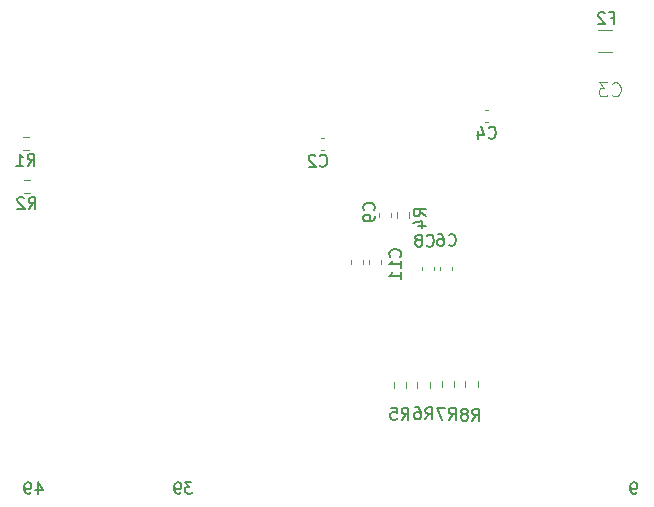
<source format=gbr>
%TF.GenerationSoftware,KiCad,Pcbnew,8.0.6*%
%TF.CreationDate,2024-12-24T11:34:53+00:00*%
%TF.ProjectId,RISKYMSXCart,5249534b-594d-4535-9843-6172742e6b69,rev?*%
%TF.SameCoordinates,Original*%
%TF.FileFunction,Legend,Bot*%
%TF.FilePolarity,Positive*%
%FSLAX46Y46*%
G04 Gerber Fmt 4.6, Leading zero omitted, Abs format (unit mm)*
G04 Created by KiCad (PCBNEW 8.0.6) date 2024-12-24 11:34:53*
%MOMM*%
%LPD*%
G01*
G04 APERTURE LIST*
%ADD10C,0.203200*%
%ADD11C,0.150000*%
%ADD12C,0.101600*%
%ADD13C,0.120000*%
G04 APERTURE END LIST*
D10*
X168885259Y-123878334D02*
X168839790Y-123878334D01*
X169157981Y-124196525D02*
X169157981Y-124151084D01*
X130850050Y-124560175D02*
X130895518Y-124696525D01*
X129959150Y-124423803D02*
X130004609Y-124651084D01*
X117577259Y-123878334D02*
X117531809Y-123878334D01*
X117531809Y-123878334D02*
X117395440Y-123923803D01*
X130459140Y-124787434D02*
X130504609Y-124696525D01*
X131031890Y-124241994D02*
X130940959Y-124287434D01*
X130231868Y-124469275D02*
X130277331Y-124469275D01*
X130850050Y-124469275D02*
X130850050Y-124560175D01*
X168703440Y-123923803D02*
X168612509Y-124014716D01*
X130550050Y-124196525D02*
X130550050Y-124151084D01*
X131395518Y-124787434D02*
X131440959Y-124741994D01*
X130004609Y-124651084D02*
X130095518Y-124787434D01*
X117531809Y-124469275D02*
X117577259Y-124469275D01*
X117395440Y-124423803D02*
X117531809Y-124469275D01*
X117622718Y-124832894D02*
X117759090Y-124787434D01*
X117804531Y-124014716D02*
X117713631Y-123923803D01*
X169157981Y-124151084D02*
X169112509Y-124014716D01*
X117259100Y-124423803D02*
X117304540Y-124651084D01*
X169112509Y-124014716D02*
X169021600Y-123923803D01*
X117850000Y-124151084D02*
X117804531Y-124014716D01*
X118831809Y-124514716D02*
X118150000Y-124514716D01*
X130277331Y-124469275D02*
X130413700Y-124423803D01*
X169021600Y-124423803D02*
X169112509Y-124332894D01*
X168885259Y-124469275D02*
X169021600Y-124423803D01*
X168703440Y-124423803D02*
X168839790Y-124469275D01*
X130895518Y-123878334D02*
X131168240Y-124241994D01*
X117304540Y-124014716D02*
X117259100Y-124196525D01*
X131440959Y-124741994D02*
X131486418Y-124651084D01*
X169112509Y-124332894D02*
X169157981Y-124196525D01*
X168612509Y-124332894D02*
X168703440Y-124423803D01*
X130550050Y-124151084D02*
X130504609Y-124014716D01*
X130095518Y-124423803D02*
X130231868Y-124469275D01*
X168567068Y-124423803D02*
X168612509Y-124651084D01*
X117850000Y-124196525D02*
X117850000Y-124151084D01*
X130413700Y-124423803D02*
X130504609Y-124332894D01*
X131259140Y-124832894D02*
X131395518Y-124787434D01*
X118377281Y-123878334D02*
X118377281Y-124832894D01*
X168839790Y-124469275D02*
X168885259Y-124469275D01*
X117304540Y-124332894D02*
X117395440Y-124423803D01*
X117713631Y-123923803D02*
X117577259Y-123878334D01*
X130895518Y-124696525D02*
X130986418Y-124787434D01*
X130004609Y-124332894D02*
X130095518Y-124423803D01*
X117804531Y-124332894D02*
X117850000Y-124196525D01*
X118377281Y-123878334D02*
X118831809Y-124514716D01*
X130231868Y-123878334D02*
X130095518Y-123923803D01*
X117759090Y-124787434D02*
X117804531Y-124696525D01*
X168930700Y-124832894D02*
X169067068Y-124787434D01*
X130504609Y-124332894D02*
X130550050Y-124196525D01*
X117304540Y-124651084D02*
X117395440Y-124787434D01*
X130277331Y-123878334D02*
X130231868Y-123878334D01*
X131122800Y-124832894D02*
X131259140Y-124832894D01*
X130095518Y-124787434D02*
X130231868Y-124832894D01*
X117577259Y-124469275D02*
X117713631Y-124423803D01*
X130413700Y-123923803D02*
X130277331Y-123878334D01*
X168567068Y-124196525D02*
X168612509Y-124332894D01*
X129959150Y-124196525D02*
X130004609Y-124332894D01*
X130940959Y-124287434D02*
X130895518Y-124332894D01*
X130095518Y-123923803D02*
X130004609Y-124014716D01*
X130004609Y-124014716D02*
X129959150Y-124196525D01*
X169067068Y-124787434D02*
X169112509Y-124696525D01*
X130895518Y-124332894D02*
X130850050Y-124469275D01*
X168825000Y-124832894D02*
X168915910Y-124832894D01*
X168567068Y-124196525D02*
X168567068Y-124423803D01*
X117259100Y-124196525D02*
X117304540Y-124332894D01*
X168612509Y-124014716D02*
X168567068Y-124196525D01*
X117395440Y-124787434D02*
X117531809Y-124832894D01*
X168839790Y-123878334D02*
X168703440Y-123923803D01*
X131395518Y-123878334D02*
X130895518Y-123878334D01*
X117531809Y-124832894D02*
X117622718Y-124832894D01*
X129959150Y-124196525D02*
X129959150Y-124423803D01*
X117395440Y-123923803D02*
X117304540Y-124014716D01*
X130322800Y-124832894D02*
X130459140Y-124787434D01*
X168703440Y-124787434D02*
X168839790Y-124832894D01*
X117713631Y-124423803D02*
X117804531Y-124332894D01*
X131168240Y-124241994D02*
X131031890Y-124241994D01*
X169021600Y-123923803D02*
X168885259Y-123878334D01*
X130231868Y-124832894D02*
X130322800Y-124832894D01*
X130986418Y-124787434D02*
X131122800Y-124832894D01*
X130504609Y-124014716D02*
X130413700Y-123923803D01*
X117259100Y-124196525D02*
X117259100Y-124423803D01*
D11*
X149191666Y-118554819D02*
X149524999Y-118078628D01*
X149763094Y-118554819D02*
X149763094Y-117554819D01*
X149763094Y-117554819D02*
X149382142Y-117554819D01*
X149382142Y-117554819D02*
X149286904Y-117602438D01*
X149286904Y-117602438D02*
X149239285Y-117650057D01*
X149239285Y-117650057D02*
X149191666Y-117745295D01*
X149191666Y-117745295D02*
X149191666Y-117888152D01*
X149191666Y-117888152D02*
X149239285Y-117983390D01*
X149239285Y-117983390D02*
X149286904Y-118031009D01*
X149286904Y-118031009D02*
X149382142Y-118078628D01*
X149382142Y-118078628D02*
X149763094Y-118078628D01*
X148286904Y-117554819D02*
X148763094Y-117554819D01*
X148763094Y-117554819D02*
X148810713Y-118031009D01*
X148810713Y-118031009D02*
X148763094Y-117983390D01*
X148763094Y-117983390D02*
X148667856Y-117935771D01*
X148667856Y-117935771D02*
X148429761Y-117935771D01*
X148429761Y-117935771D02*
X148334523Y-117983390D01*
X148334523Y-117983390D02*
X148286904Y-118031009D01*
X148286904Y-118031009D02*
X148239285Y-118126247D01*
X148239285Y-118126247D02*
X148239285Y-118364342D01*
X148239285Y-118364342D02*
X148286904Y-118459580D01*
X148286904Y-118459580D02*
X148334523Y-118507200D01*
X148334523Y-118507200D02*
X148429761Y-118554819D01*
X148429761Y-118554819D02*
X148667856Y-118554819D01*
X148667856Y-118554819D02*
X148763094Y-118507200D01*
X148763094Y-118507200D02*
X148810713Y-118459580D01*
X151316666Y-103809580D02*
X151364285Y-103857200D01*
X151364285Y-103857200D02*
X151507142Y-103904819D01*
X151507142Y-103904819D02*
X151602380Y-103904819D01*
X151602380Y-103904819D02*
X151745237Y-103857200D01*
X151745237Y-103857200D02*
X151840475Y-103761961D01*
X151840475Y-103761961D02*
X151888094Y-103666723D01*
X151888094Y-103666723D02*
X151935713Y-103476247D01*
X151935713Y-103476247D02*
X151935713Y-103333390D01*
X151935713Y-103333390D02*
X151888094Y-103142914D01*
X151888094Y-103142914D02*
X151840475Y-103047676D01*
X151840475Y-103047676D02*
X151745237Y-102952438D01*
X151745237Y-102952438D02*
X151602380Y-102904819D01*
X151602380Y-102904819D02*
X151507142Y-102904819D01*
X151507142Y-102904819D02*
X151364285Y-102952438D01*
X151364285Y-102952438D02*
X151316666Y-103000057D01*
X150745237Y-103333390D02*
X150840475Y-103285771D01*
X150840475Y-103285771D02*
X150888094Y-103238152D01*
X150888094Y-103238152D02*
X150935713Y-103142914D01*
X150935713Y-103142914D02*
X150935713Y-103095295D01*
X150935713Y-103095295D02*
X150888094Y-103000057D01*
X150888094Y-103000057D02*
X150840475Y-102952438D01*
X150840475Y-102952438D02*
X150745237Y-102904819D01*
X150745237Y-102904819D02*
X150554761Y-102904819D01*
X150554761Y-102904819D02*
X150459523Y-102952438D01*
X150459523Y-102952438D02*
X150411904Y-103000057D01*
X150411904Y-103000057D02*
X150364285Y-103095295D01*
X150364285Y-103095295D02*
X150364285Y-103142914D01*
X150364285Y-103142914D02*
X150411904Y-103238152D01*
X150411904Y-103238152D02*
X150459523Y-103285771D01*
X150459523Y-103285771D02*
X150554761Y-103333390D01*
X150554761Y-103333390D02*
X150745237Y-103333390D01*
X150745237Y-103333390D02*
X150840475Y-103381009D01*
X150840475Y-103381009D02*
X150888094Y-103428628D01*
X150888094Y-103428628D02*
X150935713Y-103523866D01*
X150935713Y-103523866D02*
X150935713Y-103714342D01*
X150935713Y-103714342D02*
X150888094Y-103809580D01*
X150888094Y-103809580D02*
X150840475Y-103857200D01*
X150840475Y-103857200D02*
X150745237Y-103904819D01*
X150745237Y-103904819D02*
X150554761Y-103904819D01*
X150554761Y-103904819D02*
X150459523Y-103857200D01*
X150459523Y-103857200D02*
X150411904Y-103809580D01*
X150411904Y-103809580D02*
X150364285Y-103714342D01*
X150364285Y-103714342D02*
X150364285Y-103523866D01*
X150364285Y-103523866D02*
X150411904Y-103428628D01*
X150411904Y-103428628D02*
X150459523Y-103381009D01*
X150459523Y-103381009D02*
X150554761Y-103333390D01*
X149059580Y-104757142D02*
X149107200Y-104709523D01*
X149107200Y-104709523D02*
X149154819Y-104566666D01*
X149154819Y-104566666D02*
X149154819Y-104471428D01*
X149154819Y-104471428D02*
X149107200Y-104328571D01*
X149107200Y-104328571D02*
X149011961Y-104233333D01*
X149011961Y-104233333D02*
X148916723Y-104185714D01*
X148916723Y-104185714D02*
X148726247Y-104138095D01*
X148726247Y-104138095D02*
X148583390Y-104138095D01*
X148583390Y-104138095D02*
X148392914Y-104185714D01*
X148392914Y-104185714D02*
X148297676Y-104233333D01*
X148297676Y-104233333D02*
X148202438Y-104328571D01*
X148202438Y-104328571D02*
X148154819Y-104471428D01*
X148154819Y-104471428D02*
X148154819Y-104566666D01*
X148154819Y-104566666D02*
X148202438Y-104709523D01*
X148202438Y-104709523D02*
X148250057Y-104757142D01*
X149154819Y-105709523D02*
X149154819Y-105138095D01*
X149154819Y-105423809D02*
X148154819Y-105423809D01*
X148154819Y-105423809D02*
X148297676Y-105328571D01*
X148297676Y-105328571D02*
X148392914Y-105233333D01*
X148392914Y-105233333D02*
X148440533Y-105138095D01*
X149154819Y-106661904D02*
X149154819Y-106090476D01*
X149154819Y-106376190D02*
X148154819Y-106376190D01*
X148154819Y-106376190D02*
X148297676Y-106280952D01*
X148297676Y-106280952D02*
X148392914Y-106185714D01*
X148392914Y-106185714D02*
X148440533Y-106090476D01*
X153166666Y-103759580D02*
X153214285Y-103807200D01*
X153214285Y-103807200D02*
X153357142Y-103854819D01*
X153357142Y-103854819D02*
X153452380Y-103854819D01*
X153452380Y-103854819D02*
X153595237Y-103807200D01*
X153595237Y-103807200D02*
X153690475Y-103711961D01*
X153690475Y-103711961D02*
X153738094Y-103616723D01*
X153738094Y-103616723D02*
X153785713Y-103426247D01*
X153785713Y-103426247D02*
X153785713Y-103283390D01*
X153785713Y-103283390D02*
X153738094Y-103092914D01*
X153738094Y-103092914D02*
X153690475Y-102997676D01*
X153690475Y-102997676D02*
X153595237Y-102902438D01*
X153595237Y-102902438D02*
X153452380Y-102854819D01*
X153452380Y-102854819D02*
X153357142Y-102854819D01*
X153357142Y-102854819D02*
X153214285Y-102902438D01*
X153214285Y-102902438D02*
X153166666Y-102950057D01*
X152309523Y-102854819D02*
X152499999Y-102854819D01*
X152499999Y-102854819D02*
X152595237Y-102902438D01*
X152595237Y-102902438D02*
X152642856Y-102950057D01*
X152642856Y-102950057D02*
X152738094Y-103092914D01*
X152738094Y-103092914D02*
X152785713Y-103283390D01*
X152785713Y-103283390D02*
X152785713Y-103664342D01*
X152785713Y-103664342D02*
X152738094Y-103759580D01*
X152738094Y-103759580D02*
X152690475Y-103807200D01*
X152690475Y-103807200D02*
X152595237Y-103854819D01*
X152595237Y-103854819D02*
X152404761Y-103854819D01*
X152404761Y-103854819D02*
X152309523Y-103807200D01*
X152309523Y-103807200D02*
X152261904Y-103759580D01*
X152261904Y-103759580D02*
X152214285Y-103664342D01*
X152214285Y-103664342D02*
X152214285Y-103426247D01*
X152214285Y-103426247D02*
X152261904Y-103331009D01*
X152261904Y-103331009D02*
X152309523Y-103283390D01*
X152309523Y-103283390D02*
X152404761Y-103235771D01*
X152404761Y-103235771D02*
X152595237Y-103235771D01*
X152595237Y-103235771D02*
X152690475Y-103283390D01*
X152690475Y-103283390D02*
X152738094Y-103331009D01*
X152738094Y-103331009D02*
X152785713Y-103426247D01*
X156554166Y-94664580D02*
X156601785Y-94712200D01*
X156601785Y-94712200D02*
X156744642Y-94759819D01*
X156744642Y-94759819D02*
X156839880Y-94759819D01*
X156839880Y-94759819D02*
X156982737Y-94712200D01*
X156982737Y-94712200D02*
X157077975Y-94616961D01*
X157077975Y-94616961D02*
X157125594Y-94521723D01*
X157125594Y-94521723D02*
X157173213Y-94331247D01*
X157173213Y-94331247D02*
X157173213Y-94188390D01*
X157173213Y-94188390D02*
X157125594Y-93997914D01*
X157125594Y-93997914D02*
X157077975Y-93902676D01*
X157077975Y-93902676D02*
X156982737Y-93807438D01*
X156982737Y-93807438D02*
X156839880Y-93759819D01*
X156839880Y-93759819D02*
X156744642Y-93759819D01*
X156744642Y-93759819D02*
X156601785Y-93807438D01*
X156601785Y-93807438D02*
X156554166Y-93855057D01*
X155697023Y-94093152D02*
X155697023Y-94759819D01*
X155935118Y-93712200D02*
X156173213Y-94426485D01*
X156173213Y-94426485D02*
X155554166Y-94426485D01*
X146834580Y-100833333D02*
X146882200Y-100785714D01*
X146882200Y-100785714D02*
X146929819Y-100642857D01*
X146929819Y-100642857D02*
X146929819Y-100547619D01*
X146929819Y-100547619D02*
X146882200Y-100404762D01*
X146882200Y-100404762D02*
X146786961Y-100309524D01*
X146786961Y-100309524D02*
X146691723Y-100261905D01*
X146691723Y-100261905D02*
X146501247Y-100214286D01*
X146501247Y-100214286D02*
X146358390Y-100214286D01*
X146358390Y-100214286D02*
X146167914Y-100261905D01*
X146167914Y-100261905D02*
X146072676Y-100309524D01*
X146072676Y-100309524D02*
X145977438Y-100404762D01*
X145977438Y-100404762D02*
X145929819Y-100547619D01*
X145929819Y-100547619D02*
X145929819Y-100642857D01*
X145929819Y-100642857D02*
X145977438Y-100785714D01*
X145977438Y-100785714D02*
X146025057Y-100833333D01*
X146929819Y-101309524D02*
X146929819Y-101500000D01*
X146929819Y-101500000D02*
X146882200Y-101595238D01*
X146882200Y-101595238D02*
X146834580Y-101642857D01*
X146834580Y-101642857D02*
X146691723Y-101738095D01*
X146691723Y-101738095D02*
X146501247Y-101785714D01*
X146501247Y-101785714D02*
X146120295Y-101785714D01*
X146120295Y-101785714D02*
X146025057Y-101738095D01*
X146025057Y-101738095D02*
X145977438Y-101690476D01*
X145977438Y-101690476D02*
X145929819Y-101595238D01*
X145929819Y-101595238D02*
X145929819Y-101404762D01*
X145929819Y-101404762D02*
X145977438Y-101309524D01*
X145977438Y-101309524D02*
X146025057Y-101261905D01*
X146025057Y-101261905D02*
X146120295Y-101214286D01*
X146120295Y-101214286D02*
X146358390Y-101214286D01*
X146358390Y-101214286D02*
X146453628Y-101261905D01*
X146453628Y-101261905D02*
X146501247Y-101309524D01*
X146501247Y-101309524D02*
X146548866Y-101404762D01*
X146548866Y-101404762D02*
X146548866Y-101595238D01*
X146548866Y-101595238D02*
X146501247Y-101690476D01*
X146501247Y-101690476D02*
X146453628Y-101738095D01*
X146453628Y-101738095D02*
X146358390Y-101785714D01*
X117539166Y-97059819D02*
X117872499Y-96583628D01*
X118110594Y-97059819D02*
X118110594Y-96059819D01*
X118110594Y-96059819D02*
X117729642Y-96059819D01*
X117729642Y-96059819D02*
X117634404Y-96107438D01*
X117634404Y-96107438D02*
X117586785Y-96155057D01*
X117586785Y-96155057D02*
X117539166Y-96250295D01*
X117539166Y-96250295D02*
X117539166Y-96393152D01*
X117539166Y-96393152D02*
X117586785Y-96488390D01*
X117586785Y-96488390D02*
X117634404Y-96536009D01*
X117634404Y-96536009D02*
X117729642Y-96583628D01*
X117729642Y-96583628D02*
X118110594Y-96583628D01*
X116586785Y-97059819D02*
X117158213Y-97059819D01*
X116872499Y-97059819D02*
X116872499Y-96059819D01*
X116872499Y-96059819D02*
X116967737Y-96202676D01*
X116967737Y-96202676D02*
X117062975Y-96297914D01*
X117062975Y-96297914D02*
X117158213Y-96345533D01*
X142279166Y-97039580D02*
X142326785Y-97087200D01*
X142326785Y-97087200D02*
X142469642Y-97134819D01*
X142469642Y-97134819D02*
X142564880Y-97134819D01*
X142564880Y-97134819D02*
X142707737Y-97087200D01*
X142707737Y-97087200D02*
X142802975Y-96991961D01*
X142802975Y-96991961D02*
X142850594Y-96896723D01*
X142850594Y-96896723D02*
X142898213Y-96706247D01*
X142898213Y-96706247D02*
X142898213Y-96563390D01*
X142898213Y-96563390D02*
X142850594Y-96372914D01*
X142850594Y-96372914D02*
X142802975Y-96277676D01*
X142802975Y-96277676D02*
X142707737Y-96182438D01*
X142707737Y-96182438D02*
X142564880Y-96134819D01*
X142564880Y-96134819D02*
X142469642Y-96134819D01*
X142469642Y-96134819D02*
X142326785Y-96182438D01*
X142326785Y-96182438D02*
X142279166Y-96230057D01*
X141898213Y-96230057D02*
X141850594Y-96182438D01*
X141850594Y-96182438D02*
X141755356Y-96134819D01*
X141755356Y-96134819D02*
X141517261Y-96134819D01*
X141517261Y-96134819D02*
X141422023Y-96182438D01*
X141422023Y-96182438D02*
X141374404Y-96230057D01*
X141374404Y-96230057D02*
X141326785Y-96325295D01*
X141326785Y-96325295D02*
X141326785Y-96420533D01*
X141326785Y-96420533D02*
X141374404Y-96563390D01*
X141374404Y-96563390D02*
X141945832Y-97134819D01*
X141945832Y-97134819D02*
X141326785Y-97134819D01*
X151216666Y-118529819D02*
X151549999Y-118053628D01*
X151788094Y-118529819D02*
X151788094Y-117529819D01*
X151788094Y-117529819D02*
X151407142Y-117529819D01*
X151407142Y-117529819D02*
X151311904Y-117577438D01*
X151311904Y-117577438D02*
X151264285Y-117625057D01*
X151264285Y-117625057D02*
X151216666Y-117720295D01*
X151216666Y-117720295D02*
X151216666Y-117863152D01*
X151216666Y-117863152D02*
X151264285Y-117958390D01*
X151264285Y-117958390D02*
X151311904Y-118006009D01*
X151311904Y-118006009D02*
X151407142Y-118053628D01*
X151407142Y-118053628D02*
X151788094Y-118053628D01*
X150359523Y-117529819D02*
X150549999Y-117529819D01*
X150549999Y-117529819D02*
X150645237Y-117577438D01*
X150645237Y-117577438D02*
X150692856Y-117625057D01*
X150692856Y-117625057D02*
X150788094Y-117767914D01*
X150788094Y-117767914D02*
X150835713Y-117958390D01*
X150835713Y-117958390D02*
X150835713Y-118339342D01*
X150835713Y-118339342D02*
X150788094Y-118434580D01*
X150788094Y-118434580D02*
X150740475Y-118482200D01*
X150740475Y-118482200D02*
X150645237Y-118529819D01*
X150645237Y-118529819D02*
X150454761Y-118529819D01*
X150454761Y-118529819D02*
X150359523Y-118482200D01*
X150359523Y-118482200D02*
X150311904Y-118434580D01*
X150311904Y-118434580D02*
X150264285Y-118339342D01*
X150264285Y-118339342D02*
X150264285Y-118101247D01*
X150264285Y-118101247D02*
X150311904Y-118006009D01*
X150311904Y-118006009D02*
X150359523Y-117958390D01*
X150359523Y-117958390D02*
X150454761Y-117910771D01*
X150454761Y-117910771D02*
X150645237Y-117910771D01*
X150645237Y-117910771D02*
X150740475Y-117958390D01*
X150740475Y-117958390D02*
X150788094Y-118006009D01*
X150788094Y-118006009D02*
X150835713Y-118101247D01*
X155191666Y-118654819D02*
X155524999Y-118178628D01*
X155763094Y-118654819D02*
X155763094Y-117654819D01*
X155763094Y-117654819D02*
X155382142Y-117654819D01*
X155382142Y-117654819D02*
X155286904Y-117702438D01*
X155286904Y-117702438D02*
X155239285Y-117750057D01*
X155239285Y-117750057D02*
X155191666Y-117845295D01*
X155191666Y-117845295D02*
X155191666Y-117988152D01*
X155191666Y-117988152D02*
X155239285Y-118083390D01*
X155239285Y-118083390D02*
X155286904Y-118131009D01*
X155286904Y-118131009D02*
X155382142Y-118178628D01*
X155382142Y-118178628D02*
X155763094Y-118178628D01*
X154620237Y-118083390D02*
X154715475Y-118035771D01*
X154715475Y-118035771D02*
X154763094Y-117988152D01*
X154763094Y-117988152D02*
X154810713Y-117892914D01*
X154810713Y-117892914D02*
X154810713Y-117845295D01*
X154810713Y-117845295D02*
X154763094Y-117750057D01*
X154763094Y-117750057D02*
X154715475Y-117702438D01*
X154715475Y-117702438D02*
X154620237Y-117654819D01*
X154620237Y-117654819D02*
X154429761Y-117654819D01*
X154429761Y-117654819D02*
X154334523Y-117702438D01*
X154334523Y-117702438D02*
X154286904Y-117750057D01*
X154286904Y-117750057D02*
X154239285Y-117845295D01*
X154239285Y-117845295D02*
X154239285Y-117892914D01*
X154239285Y-117892914D02*
X154286904Y-117988152D01*
X154286904Y-117988152D02*
X154334523Y-118035771D01*
X154334523Y-118035771D02*
X154429761Y-118083390D01*
X154429761Y-118083390D02*
X154620237Y-118083390D01*
X154620237Y-118083390D02*
X154715475Y-118131009D01*
X154715475Y-118131009D02*
X154763094Y-118178628D01*
X154763094Y-118178628D02*
X154810713Y-118273866D01*
X154810713Y-118273866D02*
X154810713Y-118464342D01*
X154810713Y-118464342D02*
X154763094Y-118559580D01*
X154763094Y-118559580D02*
X154715475Y-118607200D01*
X154715475Y-118607200D02*
X154620237Y-118654819D01*
X154620237Y-118654819D02*
X154429761Y-118654819D01*
X154429761Y-118654819D02*
X154334523Y-118607200D01*
X154334523Y-118607200D02*
X154286904Y-118559580D01*
X154286904Y-118559580D02*
X154239285Y-118464342D01*
X154239285Y-118464342D02*
X154239285Y-118273866D01*
X154239285Y-118273866D02*
X154286904Y-118178628D01*
X154286904Y-118178628D02*
X154334523Y-118131009D01*
X154334523Y-118131009D02*
X154429761Y-118083390D01*
X117614166Y-100709819D02*
X117947499Y-100233628D01*
X118185594Y-100709819D02*
X118185594Y-99709819D01*
X118185594Y-99709819D02*
X117804642Y-99709819D01*
X117804642Y-99709819D02*
X117709404Y-99757438D01*
X117709404Y-99757438D02*
X117661785Y-99805057D01*
X117661785Y-99805057D02*
X117614166Y-99900295D01*
X117614166Y-99900295D02*
X117614166Y-100043152D01*
X117614166Y-100043152D02*
X117661785Y-100138390D01*
X117661785Y-100138390D02*
X117709404Y-100186009D01*
X117709404Y-100186009D02*
X117804642Y-100233628D01*
X117804642Y-100233628D02*
X118185594Y-100233628D01*
X117233213Y-99805057D02*
X117185594Y-99757438D01*
X117185594Y-99757438D02*
X117090356Y-99709819D01*
X117090356Y-99709819D02*
X116852261Y-99709819D01*
X116852261Y-99709819D02*
X116757023Y-99757438D01*
X116757023Y-99757438D02*
X116709404Y-99805057D01*
X116709404Y-99805057D02*
X116661785Y-99900295D01*
X116661785Y-99900295D02*
X116661785Y-99995533D01*
X116661785Y-99995533D02*
X116709404Y-100138390D01*
X116709404Y-100138390D02*
X117280832Y-100709819D01*
X117280832Y-100709819D02*
X116661785Y-100709819D01*
D12*
X167012310Y-91065449D02*
X167067948Y-91121088D01*
X167067948Y-91121088D02*
X167234862Y-91176726D01*
X167234862Y-91176726D02*
X167346138Y-91176726D01*
X167346138Y-91176726D02*
X167513053Y-91121088D01*
X167513053Y-91121088D02*
X167624329Y-91009811D01*
X167624329Y-91009811D02*
X167679967Y-90898535D01*
X167679967Y-90898535D02*
X167735605Y-90675983D01*
X167735605Y-90675983D02*
X167735605Y-90509068D01*
X167735605Y-90509068D02*
X167679967Y-90286516D01*
X167679967Y-90286516D02*
X167624329Y-90175240D01*
X167624329Y-90175240D02*
X167513053Y-90063964D01*
X167513053Y-90063964D02*
X167346138Y-90008326D01*
X167346138Y-90008326D02*
X167234862Y-90008326D01*
X167234862Y-90008326D02*
X167067948Y-90063964D01*
X167067948Y-90063964D02*
X167012310Y-90119602D01*
X166622843Y-90008326D02*
X165899548Y-90008326D01*
X165899548Y-90008326D02*
X166289015Y-90453430D01*
X166289015Y-90453430D02*
X166122100Y-90453430D01*
X166122100Y-90453430D02*
X166010824Y-90509068D01*
X166010824Y-90509068D02*
X165955186Y-90564707D01*
X165955186Y-90564707D02*
X165899548Y-90675983D01*
X165899548Y-90675983D02*
X165899548Y-90954173D01*
X165899548Y-90954173D02*
X165955186Y-91065449D01*
X165955186Y-91065449D02*
X166010824Y-91121088D01*
X166010824Y-91121088D02*
X166122100Y-91176726D01*
X166122100Y-91176726D02*
X166455929Y-91176726D01*
X166455929Y-91176726D02*
X166567205Y-91121088D01*
X166567205Y-91121088D02*
X166622843Y-91065449D01*
D11*
X153191666Y-118554819D02*
X153524999Y-118078628D01*
X153763094Y-118554819D02*
X153763094Y-117554819D01*
X153763094Y-117554819D02*
X153382142Y-117554819D01*
X153382142Y-117554819D02*
X153286904Y-117602438D01*
X153286904Y-117602438D02*
X153239285Y-117650057D01*
X153239285Y-117650057D02*
X153191666Y-117745295D01*
X153191666Y-117745295D02*
X153191666Y-117888152D01*
X153191666Y-117888152D02*
X153239285Y-117983390D01*
X153239285Y-117983390D02*
X153286904Y-118031009D01*
X153286904Y-118031009D02*
X153382142Y-118078628D01*
X153382142Y-118078628D02*
X153763094Y-118078628D01*
X152858332Y-117554819D02*
X152191666Y-117554819D01*
X152191666Y-117554819D02*
X152620237Y-118554819D01*
X166883333Y-84556009D02*
X167216666Y-84556009D01*
X167216666Y-85079819D02*
X167216666Y-84079819D01*
X167216666Y-84079819D02*
X166740476Y-84079819D01*
X166407142Y-84175057D02*
X166359523Y-84127438D01*
X166359523Y-84127438D02*
X166264285Y-84079819D01*
X166264285Y-84079819D02*
X166026190Y-84079819D01*
X166026190Y-84079819D02*
X165930952Y-84127438D01*
X165930952Y-84127438D02*
X165883333Y-84175057D01*
X165883333Y-84175057D02*
X165835714Y-84270295D01*
X165835714Y-84270295D02*
X165835714Y-84365533D01*
X165835714Y-84365533D02*
X165883333Y-84508390D01*
X165883333Y-84508390D02*
X166454761Y-85079819D01*
X166454761Y-85079819D02*
X165835714Y-85079819D01*
X151229819Y-101333333D02*
X150753628Y-101000000D01*
X151229819Y-100761905D02*
X150229819Y-100761905D01*
X150229819Y-100761905D02*
X150229819Y-101142857D01*
X150229819Y-101142857D02*
X150277438Y-101238095D01*
X150277438Y-101238095D02*
X150325057Y-101285714D01*
X150325057Y-101285714D02*
X150420295Y-101333333D01*
X150420295Y-101333333D02*
X150563152Y-101333333D01*
X150563152Y-101333333D02*
X150658390Y-101285714D01*
X150658390Y-101285714D02*
X150706009Y-101238095D01*
X150706009Y-101238095D02*
X150753628Y-101142857D01*
X150753628Y-101142857D02*
X150753628Y-100761905D01*
X150563152Y-102190476D02*
X151229819Y-102190476D01*
X150182200Y-101952381D02*
X150896485Y-101714286D01*
X150896485Y-101714286D02*
X150896485Y-102333333D01*
D13*
%TO.C,R5*%
X148527500Y-115854724D02*
X148527500Y-115345276D01*
X149572500Y-115854724D02*
X149572500Y-115345276D01*
%TO.C,C8*%
X150915000Y-105628733D02*
X150915000Y-105921267D01*
X151935000Y-105628733D02*
X151935000Y-105921267D01*
%TO.C,C11*%
X144890000Y-105066233D02*
X144890000Y-105358767D01*
X145910000Y-105066233D02*
X145910000Y-105358767D01*
%TO.C,C6*%
X152415000Y-105628733D02*
X152415000Y-105921267D01*
X153435000Y-105628733D02*
X153435000Y-105921267D01*
%TO.C,C4*%
X156533767Y-92365000D02*
X156241233Y-92365000D01*
X156533767Y-93385000D02*
X156241233Y-93385000D01*
%TO.C,C9*%
X147290000Y-101091233D02*
X147290000Y-101383767D01*
X148310000Y-101091233D02*
X148310000Y-101383767D01*
%TO.C,R1*%
X117627224Y-94652500D02*
X117117776Y-94652500D01*
X117627224Y-95697500D02*
X117117776Y-95697500D01*
%TO.C,C2*%
X142658767Y-94740000D02*
X142366233Y-94740000D01*
X142658767Y-95760000D02*
X142366233Y-95760000D01*
%TO.C,C5*%
X146440000Y-105053733D02*
X146440000Y-105346267D01*
X147460000Y-105053733D02*
X147460000Y-105346267D01*
%TO.C,R6*%
X150527500Y-115854724D02*
X150527500Y-115345276D01*
X151572500Y-115854724D02*
X151572500Y-115345276D01*
%TO.C,R8*%
X154577500Y-115817224D02*
X154577500Y-115307776D01*
X155622500Y-115817224D02*
X155622500Y-115307776D01*
%TO.C,R2*%
X117702224Y-98302500D02*
X117192776Y-98302500D01*
X117702224Y-99347500D02*
X117192776Y-99347500D01*
%TO.C,R7*%
X152577500Y-115817224D02*
X152577500Y-115307776D01*
X153622500Y-115817224D02*
X153622500Y-115307776D01*
%TO.C,F2*%
X167032064Y-85585000D02*
X165827936Y-85585000D01*
X167032064Y-87405000D02*
X165827936Y-87405000D01*
%TO.C,R4*%
X148777500Y-101492224D02*
X148777500Y-100982776D01*
X149822500Y-101492224D02*
X149822500Y-100982776D01*
%TD*%
M02*

</source>
